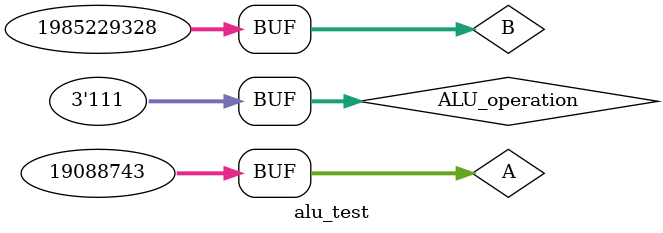
<source format=v>
`timescale 1ns / 1ps


module alu_test;

	// Inputs
	reg [31:0] A;
	reg [31:0] B;
	reg [2:0] ALU_operation;

	// Outputs
	wire [31:0] res;
	wire zero;
	wire overflow;

	// Instantiate the Unit Under Test (UUT)
	alu uut (
		.A(A), 
		.B(B), 
		.ALU_operation(ALU_operation), 
		.res(res), 
		.zero(zero), 
		.overflow(overflow)
	);

	initial begin
	
		A=32'hA5A5A5A5;
		B=32'h5A5A5A5A;
		ALU_operation =3'b111; #100;
		ALU_operation =3'b110; #100;
		ALU_operation =3'b101; #100;
		ALU_operation =3'b100; #100;
		ALU_operation =3'b011; #100;
		ALU_operation =3'b010; #100;
		ALU_operation =3'b001; #100;
		ALU_operation =3'b000; #100;
		
		A=32'h01234567;
		B=32'h76543210;
		ALU_operation =3'b111; #100;

	end
      
endmodule


</source>
